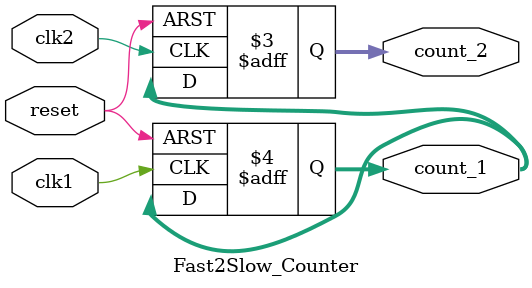
<source format=v>
`timescale 1ns / 1ps


module Fast2Slow_Counter(
     input wire clk1,
     input wire clk2,
     input wire reset,
     output reg [3:0] count_1,
     output reg [3:0] count_2
 );
     
     always@(posedge clk1 or posedge reset) begin
         if(reset) begin
             count_1 <= 4'd0;
         end else begin
             count_1 <= count_1;
         end
     end
     
     always@(posedge clk2 or posedge reset) begin
         if(reset) begin
             count_2 <= 4'd0;     
         end else begin
             count_2 <= count_1;
         end
     end
endmodule

</source>
